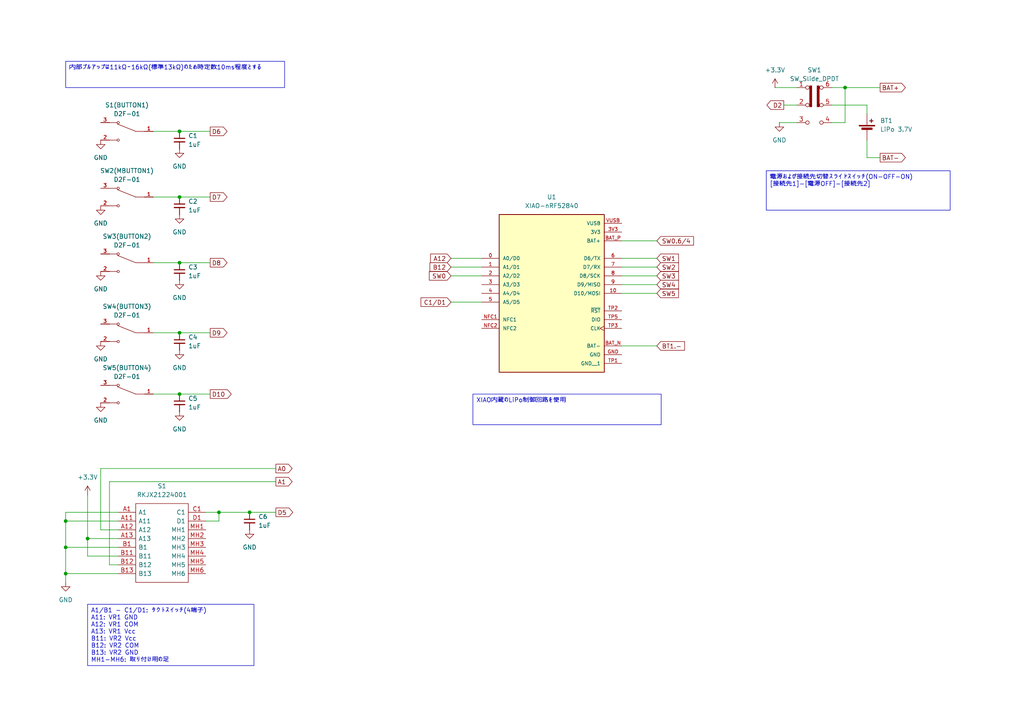
<source format=kicad_sch>
(kicad_sch (version 20250114) (generator "eeschema") (generator_version "9.0")
  (paper "A4")
  (lib_symbols
    (symbol "102010448:102010448" (pin_names (offset 1.016))
      (property "Reference" "U" (at -15.24 23.622 0))
      (property "Value" "102010448" (at -15.24 -25.4 0))
      (symbol "102010448_0_0"
        (rectangle (start -15.24 -22.86) (end 15.24 22.86) (stroke (width 0.254)) (fill (type background)))
        (pin bidirectional line (at -20.32 10.16 0) (length 5.08) (name "A0/D0") (number "0"))
        (pin bidirectional line (at -20.32 7.62 0) (length 5.08) (name "A1/D1") (number "1"))
        (pin bidirectional line (at -20.32 5.08 0) (length 5.08) (name "A2/D2") (number "2"))
        (pin bidirectional line (at -20.32 2.54 0) (length 5.08) (name "A3/D3") (number "3"))
        (pin bidirectional line (at -20.32 0 0) (length 5.08) (name "A4/D4") (number "4"))
        (pin bidirectional line (at -20.32 -2.54 0) (length 5.08) (name "A5/D5") (number "5"))
        (pin bidirectional line (at -20.32 -7.62 0) (length 5.08) (name "NFC1") (number "NFC1"))
        (pin bidirectional line (at -20.32 -10.16 0) (length 5.08) (name "NFC2") (number "NFC2"))
        (pin power_in line (at 20.32 20.32 180) (length 5.08) (name "VUSB") (number "VUSB"))
        (pin power_in line (at 20.32 17.78 180) (length 5.08) (name "3V3") (number "3V3"))
        (pin power_in line (at 20.32 15.24 180) (length 5.08) (name "BAT+") (number "BAT_P"))
        (pin bidirectional line (at 20.32 10.16 180) (length 5.08) (name "D6/TX") (number "6"))
        (pin bidirectional line (at 20.32 7.62 180) (length 5.08) (name "D7/RX") (number "7"))
        (pin bidirectional line (at 20.32 5.08 180) (length 5.08) (name "D8/SCK") (number "8"))
        (pin bidirectional line (at 20.32 2.54 180) (length 5.08) (name "D9/MISO") (number "9"))
        (pin bidirectional line (at 20.32 0 180) (length 5.08) (name "D10/MOSI") (number "10"))
        (pin input line (at 20.32 -5.08 180) (length 5.08) (name "~{RST}") (number "TP2"))
        (pin bidirectional line (at 20.32 -7.62 180) (length 5.08) (name "DIO") (number "TP5"))
        (pin input clock (at 20.32 -10.16 180) (length 5.08) (name "CLK") (number "TP3"))
        (pin power_in line (at 20.32 -15.24 180) (length 5.08) (name "BAT-") (number "BAT_N"))
        (pin power_in line (at 20.32 -17.78 180) (length 5.08) (name "GND") (number "GND"))
        (pin power_in line (at 20.32 -20.32 180) (length 5.08) (name "GND__1") (number "TP1"))
      )
    )
    (symbol "D2F-01F:D2F-01F" (pin_names (offset 1.016))
      (property "Reference" "S" (at -2.54 5.08 0))
      (property "Value" "D2F-01F" (at -2.54 -5.08 0))
      (symbol "D2F-01F_0_0"
        (polyline (pts (xy -2.54 0) (xy -5.08 0)) (stroke (width 0.1524)))
        (polyline (pts (xy -2.54 0) (xy 2.794 2.1336)) (stroke (width 0.1524)))
        (circle (center 2.54 2.54) (radius 0.3302) (stroke (width 0.1524)))
        (circle (center 2.54 -2.54) (radius 0.3302) (stroke (width 0.1524)))
        (polyline (pts (xy 5.08 2.54) (xy 2.921 2.54)) (stroke (width 0.1524)))
        (polyline (pts (xy 5.08 -2.54) (xy 2.921 -2.54)) (stroke (width 0.1524)))
        (pin passive line (at -7.62 0 0) (length 2.54) (name "~") (number "1"))
        (pin passive line (at 7.62 2.54 180) (length 2.54) (name "~") (number "3"))
        (pin passive line (at 7.62 -2.54 180) (length 2.54) (name "~") (number "2"))
      )
    )
    (symbol "Device:Battery_Cell" (pin_numbers (hide yes)) (pin_names (offset 0) (hide yes))
      (property "Reference" "BT" (at 2.54 2.54 0))
      (property "Value" "Battery_Cell" (at 2.54 0 0))
      (symbol "Battery_Cell_0_1"
        (rectangle (start -2.286 1.778) (end 2.286 1.524) (fill (type outline)))
        (rectangle (start -1.524 1.016) (end 1.524 0.508) (fill (type outline)))
        (polyline (pts (xy 0 1.778) (xy 0 2.54)))
        (polyline (pts (xy 0 0.762) (xy 0 0)))
        (polyline (pts (xy 0.762 3.048) (xy 1.778 3.048)) (stroke (width 0.254)))
        (polyline (pts (xy 1.27 3.556) (xy 1.27 2.54)) (stroke (width 0.254)))
      )
      (symbol "Battery_Cell_1_1"
        (pin passive line (at 0 5.08 270) (length 2.54) (name "+") (number "1"))
        (pin passive line (at 0 -2.54 90) (length 2.54) (name "-") (number "2"))
      )
    )
    (symbol "Device:C_Small" (pin_numbers (hide yes)) (pin_names (offset 0.254) (hide yes))
      (property "Reference" "C" (at 0.254 1.778 0))
      (property "Value" "C_Small" (at 0.254 -2.032 0))
      (symbol "C_Small_0_1"
        (polyline (pts (xy -1.524 0.508) (xy 1.524 0.508)) (stroke (width 0.3048)))
        (polyline (pts (xy -1.524 -0.508) (xy 1.524 -0.508)) (stroke (width 0.3302)))
      )
      (symbol "C_Small_1_1"
        (pin passive line (at 0 2.54 270) (length 2.032) (name "~") (number "1"))
        (pin passive line (at 0 -2.54 90) (length 2.032) (name "~") (number "2"))
      )
    )
    (symbol "RKJXV122400R:RKJXV122400R" (pin_names (offset 0.762))
      (property "Reference" "S" (at 21.59 7.62 0))
      (property "Value" "RKJXV122400R" (at 21.59 5.08 0))
      (symbol "RKJXV122400R_0_0"
        (pin passive line (at 0 0 0) (length 5.08) (name "A1") (number "A1"))
        (pin passive line (at 0 -2.54 0) (length 5.08) (name "A11") (number "A11"))
        (pin passive line (at 0 -5.08 0) (length 5.08) (name "A12") (number "A12"))
        (pin passive line (at 0 -7.62 0) (length 5.08) (name "A13") (number "A13"))
        (pin passive line (at 0 -10.16 0) (length 5.08) (name "B1") (number "B1"))
        (pin passive line (at 0 -12.7 0) (length 5.08) (name "B11") (number "B11"))
        (pin passive line (at 0 -15.24 0) (length 5.08) (name "B12") (number "B12"))
        (pin passive line (at 0 -17.78 0) (length 5.08) (name "B13") (number "B13"))
        (pin passive line (at 25.4 0 180) (length 5.08) (name "C1") (number "C1"))
        (pin passive line (at 25.4 -2.54 180) (length 5.08) (name "D1") (number "D1"))
        (pin passive line (at 25.4 -5.08 180) (length 5.08) (name "MH1") (number "MH1"))
        (pin passive line (at 25.4 -7.62 180) (length 5.08) (name "MH2") (number "MH2"))
        (pin passive line (at 25.4 -10.16 180) (length 5.08) (name "MH3") (number "MH3"))
        (pin passive line (at 25.4 -12.7 180) (length 5.08) (name "MH4") (number "MH4"))
        (pin passive line (at 25.4 -15.24 180) (length 5.08) (name "MH5") (number "MH5"))
        (pin passive line (at 25.4 -17.78 180) (length 5.08) (name "MH6") (number "MH6"))
      )
      (symbol "RKJXV122400R_0_1"
        (polyline (pts (xy 5.08 2.54) (xy 20.32 2.54) (xy 20.32 -20.32) (xy 5.08 -20.32) (xy 5.08 2.54)) (stroke (width 0.1524)))
      )
    )
    (symbol "Switch:SW_Slide_DPDT" (pin_names (offset 0) (hide yes))
      (property "Reference" "SW" (at 0 6.858 0))
      (property "Value" "SW_Slide_DPDT" (at 0 -8.128 0))
      (symbol "SW_Slide_DPDT_0_0"
        (circle (center -2.032 5.08) (radius 0.508))
        (circle (center -2.032 -5.08) (radius 0.508))
        (circle (center 2.032 0) (radius 0.508))
        (circle (center 2.032 -5.08) (radius 0.508))
      )
      (symbol "SW_Slide_DPDT_0_1"
        (circle (center -2.032 0) (radius 0.508))
        (circle (center 2.032 5.08) (radius 0.508))
      )
      (symbol "SW_Slide_DPDT_1_1"
        (rectangle (start -1.397 5.588) (end -0.762 -0.508) (fill (type outline)))
        (rectangle (start 0.762 5.588) (end 1.397 -0.508) (fill (type outline)))
        (pin passive line (at -5.08 5.08 0) (length 2.54) (name "A") (number "1"))
        (pin passive line (at -5.08 0 0) (length 2.54) (name "B") (number "2"))
        (pin passive line (at -5.08 -5.08 0) (length 2.54) (name "C") (number "3"))
        (pin passive line (at 5.08 5.08 180) (length 2.54) (name "C") (number "6"))
        (pin passive line (at 5.08 0 180) (length 2.54) (name "B") (number "5"))
        (pin passive line (at 5.08 -5.08 180) (length 2.54) (name "A") (number "4"))
      )
    )
    (symbol "power:+3.3V" (power) (pin_numbers (hide yes)) (pin_names (offset 0) (hide yes))
      (property "Value" "+3.3V" (at 0 3.556 0))
      (symbol "+3.3V_0_1"
        (polyline (pts (xy -0.762 1.27) (xy 0 2.54)))
        (polyline (pts (xy 0 2.54) (xy 0.762 1.27)))
        (polyline (pts (xy 0 0) (xy 0 2.54)))
      )
      (symbol "+3.3V_1_1"
        (pin power_in line (at 0 0 90) (length 0) (name "~") (number "1"))
      )
    )
    (symbol "power:GND" (power) (pin_numbers (hide yes)) (pin_names (offset 0) (hide yes))
      (property "Value" "GND" (at 0 -3.81 0))
      (symbol "GND_0_1"
        (polyline (pts (xy 0 0) (xy 0 -1.27) (xy 1.27 -1.27) (xy 0 -2.54) (xy -1.27 -1.27) (xy 0 -1.27)))
      )
      (symbol "GND_1_1"
        (pin power_in line (at 0 0 270) (length 0) (name "~") (number "1"))
      )
    )
  )
  (text_box "XIAO内蔵のLiPo制御回路を使用\n" (at 137.16 114.3 0) (size 54.61 8.89) (margins 0.9525 0.9525 0.9525 0.9525) (effects (font (size 1.27 1.27)) (justify left top)))
  (text_box "電源および接続先切替スライドスイッチ(ON-OFF-ON)\n[接続先1]-[電源OFF]-[接続先2]\n" (at 222.25 49.53 0) (size 53.34 11.43) (margins 0.9525 0.9525 0.9525 0.9525) (effects (font (size 1.27 1.27)) (justify left top)))
  (text_box "内部プルアップは11kΩ～16kΩ(標準13kΩ)のため時定数10ms程度とする\n" (at 19.05 17.78 0) (size 63.5 7.62) (margins 0.9525 0.9525 0.9525 0.9525) (effects (font (size 1.27 1.27)) (justify left top)))
  (text_box "A1/B1 - C1/D1: タクトスイッチ(4端子)\nA11: VR1 GND\nA12: VR1 COM\nA13: VR1 Vcc\nB11: VR2 Vcc\nB12: VR2 COM\nB13: VR2 GND\nMH1-MH6: 取り付け用の足\n" (at 25.4 175.26 0) (size 48.26 17.78) (margins 0.9525 0.9525 0.9525 0.9525) (effects (font (size 1.27 1.27)) (justify left top)))
  (junction (at 52.07 57.15))
  (junction (at 72.39 148.59))
  (junction (at 25.4 156.21))
  (junction (at 52.07 38.1))
  (junction (at 63.5 148.59))
  (junction (at 52.07 76.2))
  (junction (at 52.07 96.52))
  (junction (at 245.11 25.4))
  (junction (at 19.05 158.75))
  (junction (at 52.07 114.3))
  (junction (at 19.05 166.37))
  (junction (at 19.05 151.13))
  (wire (pts (xy 19.05 151.13) (xy 34.29 151.13)))
  (wire (pts (xy 34.29 161.29) (xy 25.4 161.29)))
  (wire (pts (xy 44.45 114.3) (xy 52.07 114.3)))
  (wire (pts (xy 52.07 76.2) (xy 60.96 76.2)))
  (wire (pts (xy 251.46 45.72) (xy 255.27 45.72)))
  (wire (pts (xy 34.29 163.83) (xy 31.75 163.83)))
  (wire (pts (xy 241.3 25.4) (xy 245.11 25.4)))
  (wire (pts (xy 180.34 80.01) (xy 190.5 80.01)))
  (wire (pts (xy 52.07 114.3) (xy 60.96 114.3)))
  (wire (pts (xy 180.34 100.33) (xy 190.5 100.33)))
  (wire (pts (xy 59.69 148.59) (xy 63.5 148.59)))
  (wire (pts (xy 34.29 148.59) (xy 19.05 148.59)))
  (wire (pts (xy 180.34 82.55) (xy 190.5 82.55)))
  (wire (pts (xy 72.39 148.59) (xy 80.01 148.59)))
  (wire (pts (xy 130.81 74.93) (xy 139.7 74.93)))
  (wire (pts (xy 29.21 135.89) (xy 80.01 135.89)))
  (wire (pts (xy 130.81 77.47) (xy 139.7 77.47)))
  (wire (pts (xy 251.46 40.64) (xy 251.46 45.72)))
  (wire (pts (xy 130.81 80.01) (xy 139.7 80.01)))
  (wire (pts (xy 29.21 153.67) (xy 29.21 135.89)))
  (wire (pts (xy 241.3 30.48) (xy 251.46 30.48)))
  (wire (pts (xy 180.34 74.93) (xy 190.5 74.93)))
  (wire (pts (xy 44.45 57.15) (xy 52.07 57.15)))
  (wire (pts (xy 31.75 163.83) (xy 31.75 139.7)))
  (wire (pts (xy 44.45 76.2) (xy 52.07 76.2)))
  (wire (pts (xy 130.81 87.63) (xy 139.7 87.63)))
  (wire (pts (xy 59.69 151.13) (xy 63.5 151.13)))
  (wire (pts (xy 34.29 156.21) (xy 25.4 156.21)))
  (wire (pts (xy 180.34 69.85) (xy 190.5 69.85)))
  (wire (pts (xy 19.05 148.59) (xy 19.05 151.13)))
  (wire (pts (xy 19.05 166.37) (xy 34.29 166.37)))
  (wire (pts (xy 31.75 139.7) (xy 80.01 139.7)))
  (wire (pts (xy 19.05 158.75) (xy 19.05 166.37)))
  (wire (pts (xy 19.05 151.13) (xy 19.05 158.75)))
  (wire (pts (xy 44.45 38.1) (xy 52.07 38.1)))
  (wire (pts (xy 52.07 96.52) (xy 60.96 96.52)))
  (wire (pts (xy 245.11 25.4) (xy 255.27 25.4)))
  (wire (pts (xy 63.5 151.13) (xy 63.5 148.59)))
  (wire (pts (xy 180.34 85.09) (xy 190.5 85.09)))
  (wire (pts (xy 34.29 153.67) (xy 29.21 153.67)))
  (wire (pts (xy 227.33 30.48) (xy 231.14 30.48)))
  (wire (pts (xy 44.45 96.52) (xy 52.07 96.52)))
  (wire (pts (xy 25.4 156.21) (xy 25.4 161.29)))
  (wire (pts (xy 224.79 25.4) (xy 231.14 25.4)))
  (wire (pts (xy 25.4 143.51) (xy 25.4 156.21)))
  (wire (pts (xy 251.46 30.48) (xy 251.46 33.02)))
  (wire (pts (xy 52.07 38.1) (xy 60.96 38.1)))
  (wire (pts (xy 226.06 35.56) (xy 231.14 35.56)))
  (wire (pts (xy 241.3 35.56) (xy 245.11 35.56)))
  (wire (pts (xy 19.05 166.37) (xy 19.05 168.91)))
  (wire (pts (xy 245.11 35.56) (xy 245.11 25.4)))
  (wire (pts (xy 19.05 158.75) (xy 34.29 158.75)))
  (wire (pts (xy 52.07 57.15) (xy 60.96 57.15)))
  (wire (pts (xy 180.34 77.47) (xy 190.5 77.47)))
  (wire (pts (xy 63.5 148.59) (xy 72.39 148.59)))
  (global_label "SW0.6{slash}4" (shape input) (at 190.5 69.85 0) (property "Intersheetrefs" "${INTERSHEET_REFS}" (effects (hide yes))))
  (global_label "D8" (shape output) (at 60.96 76.2 0) (property "Intersheetrefs" "${INTERSHEET_REFS}" (effects (hide yes))))
  (global_label "SW1" (shape input) (at 190.5 74.93 0) (property "Intersheetrefs" "${INTERSHEET_REFS}" (effects (hide yes))))
  (global_label "D2" (shape output) (at 227.33 30.48 180) (property "Intersheetrefs" "${INTERSHEET_REFS}" (effects (hide yes))))
  (global_label "SW2" (shape input) (at 190.5 77.47 0) (property "Intersheetrefs" "${INTERSHEET_REFS}" (effects (hide yes))))
  (global_label "D10" (shape output) (at 60.96 114.3 0) (property "Intersheetrefs" "${INTERSHEET_REFS}" (effects (hide yes))))
  (global_label "D6" (shape output) (at 60.96 38.1 0) (property "Intersheetrefs" "${INTERSHEET_REFS}" (effects (hide yes))))
  (global_label "A0" (shape output) (at 80.01 135.89 0) (property "Intersheetrefs" "${INTERSHEET_REFS}" (effects (hide yes))))
  (global_label "SW5" (shape input) (at 190.5 85.09 0) (property "Intersheetrefs" "${INTERSHEET_REFS}" (effects (hide yes))))
  (global_label "BAT-" (shape output) (at 255.27 45.72 0) (property "Intersheetrefs" "${INTERSHEET_REFS}" (effects (hide yes))))
  (global_label "SW3" (shape input) (at 190.5 80.01 0) (property "Intersheetrefs" "${INTERSHEET_REFS}" (effects (hide yes))))
  (global_label "D5" (shape output) (at 80.01 148.59 0) (property "Intersheetrefs" "${INTERSHEET_REFS}" (effects (hide yes))))
  (global_label "D7" (shape output) (at 60.96 57.15 0) (property "Intersheetrefs" "${INTERSHEET_REFS}" (effects (hide yes))))
  (global_label "SW0" (shape input) (at 130.81 80.01 180) (property "Intersheetrefs" "${INTERSHEET_REFS}" (effects (hide yes))))
  (global_label "A1" (shape output) (at 80.01 139.7 0) (property "Intersheetrefs" "${INTERSHEET_REFS}" (effects (hide yes))))
  (global_label "BT1.-" (shape input) (at 190.5 100.33 0) (property "Intersheetrefs" "${INTERSHEET_REFS}" (effects (hide yes))))
  (global_label "B12" (shape input) (at 130.81 77.47 180) (property "Intersheetrefs" "${INTERSHEET_REFS}" (effects (hide yes))))
  (global_label "SW4" (shape input) (at 190.5 82.55 0) (property "Intersheetrefs" "${INTERSHEET_REFS}" (effects (hide yes))))
  (global_label "BAT+" (shape output) (at 255.27 25.4 0) (property "Intersheetrefs" "${INTERSHEET_REFS}" (effects (hide yes))))
  (global_label "A12" (shape input) (at 130.81 74.93 180) (property "Intersheetrefs" "${INTERSHEET_REFS}" (effects (hide yes))))
  (global_label "D9" (shape output) (at 60.96 96.52 0) (property "Intersheetrefs" "${INTERSHEET_REFS}" (effects (hide yes))))
  (global_label "C1{slash}D1" (shape input) (at 130.81 87.63 180) (property "Intersheetrefs" "${INTERSHEET_REFS}" (effects (hide yes))))
  (symbol (lib_id "102010448:102010448") (at 160.02 85.09 0) (unit 1)
    (property "Reference" "U1" (at 160.02 57.15 0))
    (property "Value" "XIAO-nRF52840" (at 160.02 59.69 0))
    (property "Footprint" "102010448:MODULE_102010448" (effects (hide yes)))
    (property "PARTREV" "2022/08/18" (effects (hide yes)))
    (property "STANDARD" "Manufacturer Recommendations" (effects (hide yes)))
    (property "MANUFACTURER" "Seeed Technology Co., Ltd" (effects (hide yes)))
  )
  (symbol (lib_id "D2F-01F:D2F-01F") (at 36.83 114.3 0) (mirror y) (unit 1)
    (property "Reference" "SW5(BUTTON4)" (at 36.83 106.68 0))
    (property "Value" "D2F-01" (at 36.83 109.22 0))
    (property "Footprint" "D2F-01F:SW_D2F-01F" (effects (hide yes)))
    (property "PARTREV" "B036-E1-12" (effects (hide yes)))
    (property "STANDARD" "Manufacturer Recommendations" (effects (hide yes)))
    (property "SNAPEDA_PN" "D2F-01F" (effects (hide yes)))
    (property "MAXIMUM_PACKAGE_HEIGHT" "7.8 mm" (effects (hide yes)))
    (property "MANUFACTURER" "Omron" (effects (hide yes)))
  )
  (symbol (lib_id "power:GND") (at 29.21 40.64 0) (unit 1)
    (property "Reference" "#PWR015" (effects (hide yes)))
    (property "Value" "GND" (at 29.21 45.72 0))
    (property "Description" "Power symbol creates a global label with name \"GND\" , ground" (effects (hide yes)))
  )
  (symbol (lib_id "Device:C_Small") (at 52.07 59.69 0) (unit 1)
    (property "Reference" "C2" (at 54.61 58.4262 0) (effects (justify left)))
    (property "Value" "1uF" (at 54.61 60.9662 0) (effects (justify left)))
    (property "Description" "Unpolarized capacitor, small symbol" (effects (hide yes)))
  )
  (symbol (lib_id "Device:C_Small") (at 72.39 151.13 0) (unit 1)
    (property "Reference" "C6" (at 74.93 149.8662 0) (effects (justify left)))
    (property "Value" "1uF" (at 74.93 152.4062 0) (effects (justify left)))
    (property "Description" "Unpolarized capacitor, small symbol" (effects (hide yes)))
  )
  (symbol (lib_id "power:GND") (at 29.21 99.06 0) (unit 1)
    (property "Reference" "#PWR09" (effects (hide yes)))
    (property "Value" "GND" (at 29.21 104.14 0))
    (property "Description" "Power symbol creates a global label with name \"GND\" , ground" (effects (hide yes)))
  )
  (symbol (lib_id "power:GND") (at 19.05 168.91 0) (unit 1)
    (property "Reference" "#PWR012" (effects (hide yes)))
    (property "Value" "GND" (at 19.05 173.99 0))
    (property "Description" "Power symbol creates a global label with name \"GND\" , ground" (effects (hide yes)))
  )
  (symbol (lib_id "power:GND") (at 52.07 43.18 0) (unit 1)
    (property "Reference" "#PWR02" (effects (hide yes)))
    (property "Value" "GND" (at 52.07 48.26 0))
    (property "Description" "Power symbol creates a global label with name \"GND\" , ground" (effects (hide yes)))
  )
  (symbol (lib_id "power:GND") (at 226.06 35.56 0) (unit 1)
    (property "Reference" "#PWR01" (effects (hide yes)))
    (property "Value" "GND" (at 226.06 40.64 0))
    (property "Description" "Power symbol creates a global label with name \"GND\" , ground" (effects (hide yes)))
  )
  (symbol (lib_id "Device:C_Small") (at 52.07 78.74 0) (unit 1)
    (property "Reference" "C3" (at 54.61 77.4762 0) (effects (justify left)))
    (property "Value" "1uF" (at 54.61 80.0162 0) (effects (justify left)))
    (property "Description" "Unpolarized capacitor, small symbol" (effects (hide yes)))
  )
  (symbol (lib_id "power:+3.3V") (at 224.79 25.4 0) (unit 1)
    (property "Reference" "#PWR014" (effects (hide yes)))
    (property "Value" "+3.3V" (at 224.79 20.32 0))
    (property "Description" "Power symbol creates a global label with name \"+3.3V\"" (effects (hide yes)))
  )
  (symbol (lib_id "power:GND") (at 52.07 81.28 0) (unit 1)
    (property "Reference" "#PWR04" (effects (hide yes)))
    (property "Value" "GND" (at 52.07 86.36 0))
    (property "Description" "Power symbol creates a global label with name \"GND\" , ground" (effects (hide yes)))
  )
  (symbol (lib_id "Device:C_Small") (at 52.07 99.06 0) (unit 1)
    (property "Reference" "C4" (at 54.61 97.7962 0) (effects (justify left)))
    (property "Value" "1uF" (at 54.61 100.3362 0) (effects (justify left)))
    (property "Description" "Unpolarized capacitor, small symbol" (effects (hide yes)))
  )
  (symbol (lib_id "power:GND") (at 29.21 78.74 0) (unit 1)
    (property "Reference" "#PWR08" (effects (hide yes)))
    (property "Value" "GND" (at 29.21 83.82 0))
    (property "Description" "Power symbol creates a global label with name \"GND\" , ground" (effects (hide yes)))
  )
  (symbol (lib_id "power:+3.3V") (at 25.4 143.51 0) (unit 1)
    (property "Reference" "#PWR011" (effects (hide yes)))
    (property "Value" "+3.3V" (at 25.4 138.43 0))
    (property "Description" "Power symbol creates a global label with name \"+3.3V\"" (effects (hide yes)))
  )
  (symbol (lib_id "power:GND") (at 72.39 153.67 0) (unit 1)
    (property "Reference" "#PWR013" (effects (hide yes)))
    (property "Value" "GND" (at 72.39 158.75 0))
    (property "Description" "Power symbol creates a global label with name \"GND\" , ground" (effects (hide yes)))
  )
  (symbol (lib_id "power:GND") (at 52.07 62.23 0) (unit 1)
    (property "Reference" "#PWR03" (effects (hide yes)))
    (property "Value" "GND" (at 52.07 67.31 0))
    (property "Description" "Power symbol creates a global label with name \"GND\" , ground" (effects (hide yes)))
  )
  (symbol (lib_id "D2F-01F:D2F-01F") (at 36.83 38.1 0) (mirror y) (unit 1)
    (property "Reference" "S1(BUTTON1)" (at 36.83 30.48 0))
    (property "Value" "D2F-01" (at 36.83 33.02 0))
    (property "Footprint" "D2F-01F:SW_D2F-01F" (effects (hide yes)))
    (property "PARTREV" "B036-E1-12" (effects (hide yes)))
    (property "STANDARD" "Manufacturer Recommendations" (effects (hide yes)))
    (property "SNAPEDA_PN" "D2F-01F" (effects (hide yes)))
    (property "MAXIMUM_PACKAGE_HEIGHT" "7.8 mm" (effects (hide yes)))
    (property "MANUFACTURER" "Omron" (effects (hide yes)))
  )
  (symbol (lib_id "power:GND") (at 29.21 59.69 0) (unit 1)
    (property "Reference" "#PWR07" (effects (hide yes)))
    (property "Value" "GND" (at 29.21 64.77 0))
    (property "Description" "Power symbol creates a global label with name \"GND\" , ground" (effects (hide yes)))
  )
  (symbol (lib_id "D2F-01F:D2F-01F") (at 36.83 76.2 0) (mirror y) (unit 1)
    (property "Reference" "SW3(BUTTON2)" (at 36.83 68.58 0))
    (property "Value" "D2F-01" (at 36.83 71.12 0))
    (property "Footprint" "D2F-01F:SW_D2F-01F" (effects (hide yes)))
    (property "PARTREV" "B036-E1-12" (effects (hide yes)))
    (property "STANDARD" "Manufacturer Recommendations" (effects (hide yes)))
    (property "SNAPEDA_PN" "D2F-01F" (effects (hide yes)))
    (property "MAXIMUM_PACKAGE_HEIGHT" "7.8 mm" (effects (hide yes)))
    (property "MANUFACTURER" "Omron" (effects (hide yes)))
  )
  (symbol (lib_id "power:GND") (at 29.21 116.84 0) (unit 1)
    (property "Reference" "#PWR010" (effects (hide yes)))
    (property "Value" "GND" (at 29.21 121.92 0))
    (property "Description" "Power symbol creates a global label with name \"GND\" , ground" (effects (hide yes)))
  )
  (symbol (lib_id "D2F-01F:D2F-01F") (at 36.83 57.15 0) (mirror y) (unit 1)
    (property "Reference" "SW2(MBUTTON1)" (at 36.83 49.53 0))
    (property "Value" "D2F-01" (at 36.83 52.07 0))
    (property "Footprint" "D2F-01F:SW_D2F-01F" (effects (hide yes)))
    (property "PARTREV" "B036-E1-12" (effects (hide yes)))
    (property "STANDARD" "Manufacturer Recommendations" (effects (hide yes)))
    (property "SNAPEDA_PN" "D2F-01F" (effects (hide yes)))
    (property "MAXIMUM_PACKAGE_HEIGHT" "7.8 mm" (effects (hide yes)))
    (property "MANUFACTURER" "Omron" (effects (hide yes)))
  )
  (symbol (lib_id "Device:C_Small") (at 52.07 40.64 0) (unit 1)
    (property "Reference" "C1" (at 54.61 39.3762 0) (effects (justify left)))
    (property "Value" "1uF" (at 54.61 41.9162 0) (effects (justify left)))
    (property "Description" "Unpolarized capacitor, small symbol" (effects (hide yes)))
  )
  (symbol (lib_id "D2F-01F:D2F-01F") (at 36.83 96.52 0) (mirror y) (unit 1)
    (property "Reference" "SW4(BUTTON3)" (at 36.83 88.9 0))
    (property "Value" "D2F-01" (at 36.83 91.44 0))
    (property "Footprint" "D2F-01F:SW_D2F-01F" (effects (hide yes)))
    (property "PARTREV" "B036-E1-12" (effects (hide yes)))
    (property "STANDARD" "Manufacturer Recommendations" (effects (hide yes)))
    (property "SNAPEDA_PN" "D2F-01F" (effects (hide yes)))
    (property "MAXIMUM_PACKAGE_HEIGHT" "7.8 mm" (effects (hide yes)))
    (property "MANUFACTURER" "Omron" (effects (hide yes)))
  )
  (symbol (lib_id "Device:C_Small") (at 52.07 116.84 0) (unit 1)
    (property "Reference" "C5" (at 54.61 115.5762 0) (effects (justify left)))
    (property "Value" "1uF" (at 54.61 118.1162 0) (effects (justify left)))
    (property "Description" "Unpolarized capacitor, small symbol" (effects (hide yes)))
  )
  (symbol (lib_id "power:GND") (at 52.07 101.6 0) (unit 1)
    (property "Reference" "#PWR05" (effects (hide yes)))
    (property "Value" "GND" (at 52.07 106.68 0))
    (property "Description" "Power symbol creates a global label with name \"GND\" , ground" (effects (hide yes)))
  )
  (symbol (lib_id "Switch:SW_Slide_DPDT") (at 236.22 30.48 0) (unit 1)
    (property "Reference" "SW1" (at 236.22 20.32 0))
    (property "Value" "SW_Slide_DPDT" (at 236.22 22.86 0))
    (property "Description" "Slide Switch, dual pole double throw" (effects (hide yes)))
  )
  (symbol (lib_id "power:GND") (at 52.07 119.38 0) (unit 1)
    (property "Reference" "#PWR06" (effects (hide yes)))
    (property "Value" "GND" (at 52.07 124.46 0))
    (property "Description" "Power symbol creates a global label with name \"GND\" , ground" (effects (hide yes)))
  )
  (symbol (lib_id "RKJXV122400R:RKJXV122400R") (at 34.29 148.59 0) (unit 1)
    (property "Reference" "S1" (at 46.99 140.97 0))
    (property "Value" "RKJX21224001" (at 46.99 143.51 0))
    (property "Footprint" "RKJXV122400R" (effects (hide yes)))
    (property "Datasheet" "https://tech.alpsalpine.com/prod/e/html/multicontrol/potentiometer/rkjxk/rkjxv122400r.html" (effects (hide yes)))
    (property "Description" "Multi Control Devices Potentiometer Type ThumbPointer (Stick Controller) RKJXV Series" (effects (hide yes)))
    (property "Description_1" "Multi Control Devices Potentiometer Type ThumbPointer (Stick Controller) RKJXV Series" (effects (hide yes)))
    (property "Height" "18.95" (effects (hide yes)))
    (property "Manufacturer_Name" "ALPS Electric" (effects (hide yes)))
    (property "Manufacturer_Part_Number" "RKJXV122400R" (effects (hide yes)))
    (property "Mouser Part Number" "688-RKJXV122400R" (effects (hide yes)))
    (property "Mouser Price/Stock" "https://www.mouser.co.uk/ProductDetail/Alps-Alpine/RKJXV122400R?qs=GedFDFLaBXEbB%252ByoOVwLBg%3D%3D" (effects (hide yes)))
  )
  (symbol (lib_id "Device:Battery_Cell") (at 251.46 38.1 0) (unit 1)
    (property "Reference" "BT1" (at 255.27 34.9884 0) (effects (justify left)))
    (property "Value" "LiPo 3.7V" (at 255.27 37.5284 0) (effects (justify left)))
    (property "Description" "Single-cell battery" (effects (hide yes)))
  )
)
</source>
